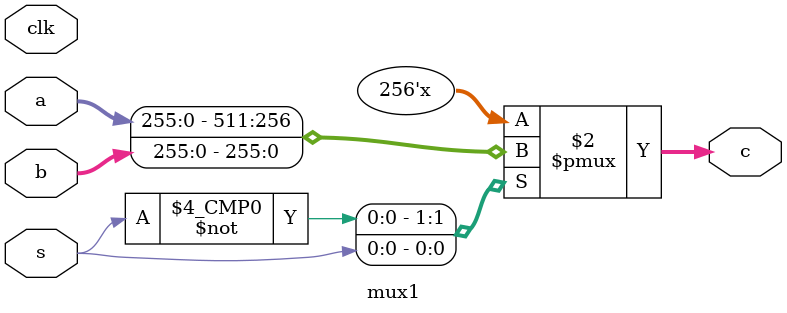
<source format=v>
module mux1(c,a,b,s,clk);
  input [255:0]a,b;
  
  input s;
  input clk;
  output reg [255:0]c;
  always @(s)
  begin 
   
  case(s)
    1'b0:c=a;
    1'b1:c=b;
    default :c=256'b0;
  endcase
  end
endmodule
    
</source>
